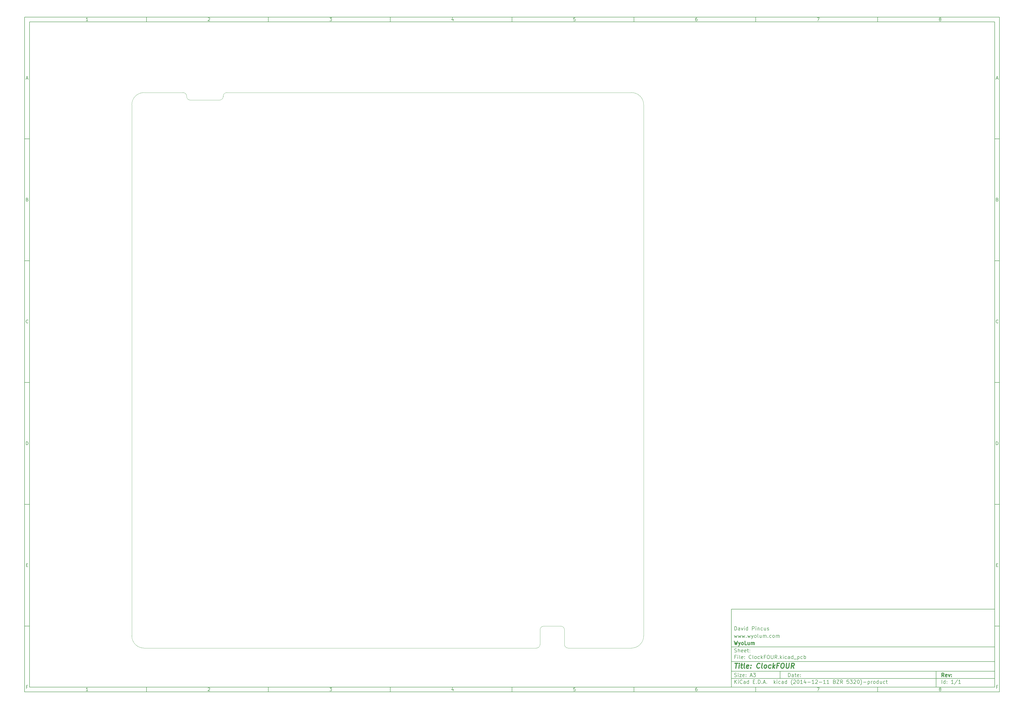
<source format=gbr>
G04 #@! TF.FileFunction,Profile,NP*
%FSLAX46Y46*%
G04 Gerber Fmt 4.6, Leading zero omitted, Abs format (unit mm)*
G04 Created by KiCad (PCBNEW (2014-12-11 BZR 5320)-product) date Thu Jan 29 13:35:59 2015*
%MOMM*%
G01*
G04 APERTURE LIST*
%ADD10C,0.150000*%
%ADD11C,0.300000*%
%ADD12C,0.400000*%
%ADD13C,0.100000*%
G04 APERTURE END LIST*
D10*
X299989000Y-253002200D02*
X299989000Y-285002200D01*
X407989000Y-285002200D01*
X407989000Y-253002200D01*
X299989000Y-253002200D01*
X10000000Y-10000000D02*
X10000000Y-287002200D01*
X409989000Y-287002200D01*
X409989000Y-10000000D01*
X10000000Y-10000000D01*
X12000000Y-12000000D02*
X12000000Y-285002200D01*
X407989000Y-285002200D01*
X407989000Y-12000000D01*
X12000000Y-12000000D01*
X60000000Y-12000000D02*
X60000000Y-10000000D01*
X110000000Y-12000000D02*
X110000000Y-10000000D01*
X160000000Y-12000000D02*
X160000000Y-10000000D01*
X210000000Y-12000000D02*
X210000000Y-10000000D01*
X260000000Y-12000000D02*
X260000000Y-10000000D01*
X310000000Y-12000000D02*
X310000000Y-10000000D01*
X360000000Y-12000000D02*
X360000000Y-10000000D01*
X35990476Y-11588095D02*
X35247619Y-11588095D01*
X35619048Y-11588095D02*
X35619048Y-10288095D01*
X35495238Y-10473810D01*
X35371429Y-10597619D01*
X35247619Y-10659524D01*
X85247619Y-10411905D02*
X85309524Y-10350000D01*
X85433333Y-10288095D01*
X85742857Y-10288095D01*
X85866667Y-10350000D01*
X85928571Y-10411905D01*
X85990476Y-10535714D01*
X85990476Y-10659524D01*
X85928571Y-10845238D01*
X85185714Y-11588095D01*
X85990476Y-11588095D01*
X135185714Y-10288095D02*
X135990476Y-10288095D01*
X135557143Y-10783333D01*
X135742857Y-10783333D01*
X135866667Y-10845238D01*
X135928571Y-10907143D01*
X135990476Y-11030952D01*
X135990476Y-11340476D01*
X135928571Y-11464286D01*
X135866667Y-11526190D01*
X135742857Y-11588095D01*
X135371429Y-11588095D01*
X135247619Y-11526190D01*
X135185714Y-11464286D01*
X185866667Y-10721429D02*
X185866667Y-11588095D01*
X185557143Y-10226190D02*
X185247619Y-11154762D01*
X186052381Y-11154762D01*
X235928571Y-10288095D02*
X235309524Y-10288095D01*
X235247619Y-10907143D01*
X235309524Y-10845238D01*
X235433333Y-10783333D01*
X235742857Y-10783333D01*
X235866667Y-10845238D01*
X235928571Y-10907143D01*
X235990476Y-11030952D01*
X235990476Y-11340476D01*
X235928571Y-11464286D01*
X235866667Y-11526190D01*
X235742857Y-11588095D01*
X235433333Y-11588095D01*
X235309524Y-11526190D01*
X235247619Y-11464286D01*
X285866667Y-10288095D02*
X285619048Y-10288095D01*
X285495238Y-10350000D01*
X285433333Y-10411905D01*
X285309524Y-10597619D01*
X285247619Y-10845238D01*
X285247619Y-11340476D01*
X285309524Y-11464286D01*
X285371429Y-11526190D01*
X285495238Y-11588095D01*
X285742857Y-11588095D01*
X285866667Y-11526190D01*
X285928571Y-11464286D01*
X285990476Y-11340476D01*
X285990476Y-11030952D01*
X285928571Y-10907143D01*
X285866667Y-10845238D01*
X285742857Y-10783333D01*
X285495238Y-10783333D01*
X285371429Y-10845238D01*
X285309524Y-10907143D01*
X285247619Y-11030952D01*
X335185714Y-10288095D02*
X336052381Y-10288095D01*
X335495238Y-11588095D01*
X385495238Y-10845238D02*
X385371429Y-10783333D01*
X385309524Y-10721429D01*
X385247619Y-10597619D01*
X385247619Y-10535714D01*
X385309524Y-10411905D01*
X385371429Y-10350000D01*
X385495238Y-10288095D01*
X385742857Y-10288095D01*
X385866667Y-10350000D01*
X385928571Y-10411905D01*
X385990476Y-10535714D01*
X385990476Y-10597619D01*
X385928571Y-10721429D01*
X385866667Y-10783333D01*
X385742857Y-10845238D01*
X385495238Y-10845238D01*
X385371429Y-10907143D01*
X385309524Y-10969048D01*
X385247619Y-11092857D01*
X385247619Y-11340476D01*
X385309524Y-11464286D01*
X385371429Y-11526190D01*
X385495238Y-11588095D01*
X385742857Y-11588095D01*
X385866667Y-11526190D01*
X385928571Y-11464286D01*
X385990476Y-11340476D01*
X385990476Y-11092857D01*
X385928571Y-10969048D01*
X385866667Y-10907143D01*
X385742857Y-10845238D01*
X60000000Y-285002200D02*
X60000000Y-287002200D01*
X110000000Y-285002200D02*
X110000000Y-287002200D01*
X160000000Y-285002200D02*
X160000000Y-287002200D01*
X210000000Y-285002200D02*
X210000000Y-287002200D01*
X260000000Y-285002200D02*
X260000000Y-287002200D01*
X310000000Y-285002200D02*
X310000000Y-287002200D01*
X360000000Y-285002200D02*
X360000000Y-287002200D01*
X35990476Y-286590295D02*
X35247619Y-286590295D01*
X35619048Y-286590295D02*
X35619048Y-285290295D01*
X35495238Y-285476010D01*
X35371429Y-285599819D01*
X35247619Y-285661724D01*
X85247619Y-285414105D02*
X85309524Y-285352200D01*
X85433333Y-285290295D01*
X85742857Y-285290295D01*
X85866667Y-285352200D01*
X85928571Y-285414105D01*
X85990476Y-285537914D01*
X85990476Y-285661724D01*
X85928571Y-285847438D01*
X85185714Y-286590295D01*
X85990476Y-286590295D01*
X135185714Y-285290295D02*
X135990476Y-285290295D01*
X135557143Y-285785533D01*
X135742857Y-285785533D01*
X135866667Y-285847438D01*
X135928571Y-285909343D01*
X135990476Y-286033152D01*
X135990476Y-286342676D01*
X135928571Y-286466486D01*
X135866667Y-286528390D01*
X135742857Y-286590295D01*
X135371429Y-286590295D01*
X135247619Y-286528390D01*
X135185714Y-286466486D01*
X185866667Y-285723629D02*
X185866667Y-286590295D01*
X185557143Y-285228390D02*
X185247619Y-286156962D01*
X186052381Y-286156962D01*
X235928571Y-285290295D02*
X235309524Y-285290295D01*
X235247619Y-285909343D01*
X235309524Y-285847438D01*
X235433333Y-285785533D01*
X235742857Y-285785533D01*
X235866667Y-285847438D01*
X235928571Y-285909343D01*
X235990476Y-286033152D01*
X235990476Y-286342676D01*
X235928571Y-286466486D01*
X235866667Y-286528390D01*
X235742857Y-286590295D01*
X235433333Y-286590295D01*
X235309524Y-286528390D01*
X235247619Y-286466486D01*
X285866667Y-285290295D02*
X285619048Y-285290295D01*
X285495238Y-285352200D01*
X285433333Y-285414105D01*
X285309524Y-285599819D01*
X285247619Y-285847438D01*
X285247619Y-286342676D01*
X285309524Y-286466486D01*
X285371429Y-286528390D01*
X285495238Y-286590295D01*
X285742857Y-286590295D01*
X285866667Y-286528390D01*
X285928571Y-286466486D01*
X285990476Y-286342676D01*
X285990476Y-286033152D01*
X285928571Y-285909343D01*
X285866667Y-285847438D01*
X285742857Y-285785533D01*
X285495238Y-285785533D01*
X285371429Y-285847438D01*
X285309524Y-285909343D01*
X285247619Y-286033152D01*
X335185714Y-285290295D02*
X336052381Y-285290295D01*
X335495238Y-286590295D01*
X385495238Y-285847438D02*
X385371429Y-285785533D01*
X385309524Y-285723629D01*
X385247619Y-285599819D01*
X385247619Y-285537914D01*
X385309524Y-285414105D01*
X385371429Y-285352200D01*
X385495238Y-285290295D01*
X385742857Y-285290295D01*
X385866667Y-285352200D01*
X385928571Y-285414105D01*
X385990476Y-285537914D01*
X385990476Y-285599819D01*
X385928571Y-285723629D01*
X385866667Y-285785533D01*
X385742857Y-285847438D01*
X385495238Y-285847438D01*
X385371429Y-285909343D01*
X385309524Y-285971248D01*
X385247619Y-286095057D01*
X385247619Y-286342676D01*
X385309524Y-286466486D01*
X385371429Y-286528390D01*
X385495238Y-286590295D01*
X385742857Y-286590295D01*
X385866667Y-286528390D01*
X385928571Y-286466486D01*
X385990476Y-286342676D01*
X385990476Y-286095057D01*
X385928571Y-285971248D01*
X385866667Y-285909343D01*
X385742857Y-285847438D01*
X10000000Y-60000000D02*
X12000000Y-60000000D01*
X10000000Y-110000000D02*
X12000000Y-110000000D01*
X10000000Y-160000000D02*
X12000000Y-160000000D01*
X10000000Y-210000000D02*
X12000000Y-210000000D01*
X10000000Y-260000000D02*
X12000000Y-260000000D01*
X10690476Y-35216667D02*
X11309524Y-35216667D01*
X10566667Y-35588095D02*
X11000000Y-34288095D01*
X11433333Y-35588095D01*
X11092857Y-84907143D02*
X11278571Y-84969048D01*
X11340476Y-85030952D01*
X11402381Y-85154762D01*
X11402381Y-85340476D01*
X11340476Y-85464286D01*
X11278571Y-85526190D01*
X11154762Y-85588095D01*
X10659524Y-85588095D01*
X10659524Y-84288095D01*
X11092857Y-84288095D01*
X11216667Y-84350000D01*
X11278571Y-84411905D01*
X11340476Y-84535714D01*
X11340476Y-84659524D01*
X11278571Y-84783333D01*
X11216667Y-84845238D01*
X11092857Y-84907143D01*
X10659524Y-84907143D01*
X11402381Y-135464286D02*
X11340476Y-135526190D01*
X11154762Y-135588095D01*
X11030952Y-135588095D01*
X10845238Y-135526190D01*
X10721429Y-135402381D01*
X10659524Y-135278571D01*
X10597619Y-135030952D01*
X10597619Y-134845238D01*
X10659524Y-134597619D01*
X10721429Y-134473810D01*
X10845238Y-134350000D01*
X11030952Y-134288095D01*
X11154762Y-134288095D01*
X11340476Y-134350000D01*
X11402381Y-134411905D01*
X10659524Y-185588095D02*
X10659524Y-184288095D01*
X10969048Y-184288095D01*
X11154762Y-184350000D01*
X11278571Y-184473810D01*
X11340476Y-184597619D01*
X11402381Y-184845238D01*
X11402381Y-185030952D01*
X11340476Y-185278571D01*
X11278571Y-185402381D01*
X11154762Y-185526190D01*
X10969048Y-185588095D01*
X10659524Y-185588095D01*
X10721429Y-234907143D02*
X11154762Y-234907143D01*
X11340476Y-235588095D02*
X10721429Y-235588095D01*
X10721429Y-234288095D01*
X11340476Y-234288095D01*
X11185714Y-284907143D02*
X10752381Y-284907143D01*
X10752381Y-285588095D02*
X10752381Y-284288095D01*
X11371428Y-284288095D01*
X409989000Y-60000000D02*
X407989000Y-60000000D01*
X409989000Y-110000000D02*
X407989000Y-110000000D01*
X409989000Y-160000000D02*
X407989000Y-160000000D01*
X409989000Y-210000000D02*
X407989000Y-210000000D01*
X409989000Y-260000000D02*
X407989000Y-260000000D01*
X408679476Y-35216667D02*
X409298524Y-35216667D01*
X408555667Y-35588095D02*
X408989000Y-34288095D01*
X409422333Y-35588095D01*
X409081857Y-84907143D02*
X409267571Y-84969048D01*
X409329476Y-85030952D01*
X409391381Y-85154762D01*
X409391381Y-85340476D01*
X409329476Y-85464286D01*
X409267571Y-85526190D01*
X409143762Y-85588095D01*
X408648524Y-85588095D01*
X408648524Y-84288095D01*
X409081857Y-84288095D01*
X409205667Y-84350000D01*
X409267571Y-84411905D01*
X409329476Y-84535714D01*
X409329476Y-84659524D01*
X409267571Y-84783333D01*
X409205667Y-84845238D01*
X409081857Y-84907143D01*
X408648524Y-84907143D01*
X409391381Y-135464286D02*
X409329476Y-135526190D01*
X409143762Y-135588095D01*
X409019952Y-135588095D01*
X408834238Y-135526190D01*
X408710429Y-135402381D01*
X408648524Y-135278571D01*
X408586619Y-135030952D01*
X408586619Y-134845238D01*
X408648524Y-134597619D01*
X408710429Y-134473810D01*
X408834238Y-134350000D01*
X409019952Y-134288095D01*
X409143762Y-134288095D01*
X409329476Y-134350000D01*
X409391381Y-134411905D01*
X408648524Y-185588095D02*
X408648524Y-184288095D01*
X408958048Y-184288095D01*
X409143762Y-184350000D01*
X409267571Y-184473810D01*
X409329476Y-184597619D01*
X409391381Y-184845238D01*
X409391381Y-185030952D01*
X409329476Y-185278571D01*
X409267571Y-185402381D01*
X409143762Y-185526190D01*
X408958048Y-185588095D01*
X408648524Y-185588095D01*
X408710429Y-234907143D02*
X409143762Y-234907143D01*
X409329476Y-235588095D02*
X408710429Y-235588095D01*
X408710429Y-234288095D01*
X409329476Y-234288095D01*
X409174714Y-284907143D02*
X408741381Y-284907143D01*
X408741381Y-285588095D02*
X408741381Y-284288095D01*
X409360428Y-284288095D01*
X323346143Y-280780771D02*
X323346143Y-279280771D01*
X323703286Y-279280771D01*
X323917571Y-279352200D01*
X324060429Y-279495057D01*
X324131857Y-279637914D01*
X324203286Y-279923629D01*
X324203286Y-280137914D01*
X324131857Y-280423629D01*
X324060429Y-280566486D01*
X323917571Y-280709343D01*
X323703286Y-280780771D01*
X323346143Y-280780771D01*
X325489000Y-280780771D02*
X325489000Y-279995057D01*
X325417571Y-279852200D01*
X325274714Y-279780771D01*
X324989000Y-279780771D01*
X324846143Y-279852200D01*
X325489000Y-280709343D02*
X325346143Y-280780771D01*
X324989000Y-280780771D01*
X324846143Y-280709343D01*
X324774714Y-280566486D01*
X324774714Y-280423629D01*
X324846143Y-280280771D01*
X324989000Y-280209343D01*
X325346143Y-280209343D01*
X325489000Y-280137914D01*
X325989000Y-279780771D02*
X326560429Y-279780771D01*
X326203286Y-279280771D02*
X326203286Y-280566486D01*
X326274714Y-280709343D01*
X326417572Y-280780771D01*
X326560429Y-280780771D01*
X327631857Y-280709343D02*
X327489000Y-280780771D01*
X327203286Y-280780771D01*
X327060429Y-280709343D01*
X326989000Y-280566486D01*
X326989000Y-279995057D01*
X327060429Y-279852200D01*
X327203286Y-279780771D01*
X327489000Y-279780771D01*
X327631857Y-279852200D01*
X327703286Y-279995057D01*
X327703286Y-280137914D01*
X326989000Y-280280771D01*
X328346143Y-280637914D02*
X328417571Y-280709343D01*
X328346143Y-280780771D01*
X328274714Y-280709343D01*
X328346143Y-280637914D01*
X328346143Y-280780771D01*
X328346143Y-279852200D02*
X328417571Y-279923629D01*
X328346143Y-279995057D01*
X328274714Y-279923629D01*
X328346143Y-279852200D01*
X328346143Y-279995057D01*
X299989000Y-281502200D02*
X407989000Y-281502200D01*
X301346143Y-283580771D02*
X301346143Y-282080771D01*
X302203286Y-283580771D02*
X301560429Y-282723629D01*
X302203286Y-282080771D02*
X301346143Y-282937914D01*
X302846143Y-283580771D02*
X302846143Y-282580771D01*
X302846143Y-282080771D02*
X302774714Y-282152200D01*
X302846143Y-282223629D01*
X302917571Y-282152200D01*
X302846143Y-282080771D01*
X302846143Y-282223629D01*
X304417572Y-283437914D02*
X304346143Y-283509343D01*
X304131857Y-283580771D01*
X303989000Y-283580771D01*
X303774715Y-283509343D01*
X303631857Y-283366486D01*
X303560429Y-283223629D01*
X303489000Y-282937914D01*
X303489000Y-282723629D01*
X303560429Y-282437914D01*
X303631857Y-282295057D01*
X303774715Y-282152200D01*
X303989000Y-282080771D01*
X304131857Y-282080771D01*
X304346143Y-282152200D01*
X304417572Y-282223629D01*
X305703286Y-283580771D02*
X305703286Y-282795057D01*
X305631857Y-282652200D01*
X305489000Y-282580771D01*
X305203286Y-282580771D01*
X305060429Y-282652200D01*
X305703286Y-283509343D02*
X305560429Y-283580771D01*
X305203286Y-283580771D01*
X305060429Y-283509343D01*
X304989000Y-283366486D01*
X304989000Y-283223629D01*
X305060429Y-283080771D01*
X305203286Y-283009343D01*
X305560429Y-283009343D01*
X305703286Y-282937914D01*
X307060429Y-283580771D02*
X307060429Y-282080771D01*
X307060429Y-283509343D02*
X306917572Y-283580771D01*
X306631858Y-283580771D01*
X306489000Y-283509343D01*
X306417572Y-283437914D01*
X306346143Y-283295057D01*
X306346143Y-282866486D01*
X306417572Y-282723629D01*
X306489000Y-282652200D01*
X306631858Y-282580771D01*
X306917572Y-282580771D01*
X307060429Y-282652200D01*
X308917572Y-282795057D02*
X309417572Y-282795057D01*
X309631858Y-283580771D02*
X308917572Y-283580771D01*
X308917572Y-282080771D01*
X309631858Y-282080771D01*
X310274715Y-283437914D02*
X310346143Y-283509343D01*
X310274715Y-283580771D01*
X310203286Y-283509343D01*
X310274715Y-283437914D01*
X310274715Y-283580771D01*
X310989001Y-283580771D02*
X310989001Y-282080771D01*
X311346144Y-282080771D01*
X311560429Y-282152200D01*
X311703287Y-282295057D01*
X311774715Y-282437914D01*
X311846144Y-282723629D01*
X311846144Y-282937914D01*
X311774715Y-283223629D01*
X311703287Y-283366486D01*
X311560429Y-283509343D01*
X311346144Y-283580771D01*
X310989001Y-283580771D01*
X312489001Y-283437914D02*
X312560429Y-283509343D01*
X312489001Y-283580771D01*
X312417572Y-283509343D01*
X312489001Y-283437914D01*
X312489001Y-283580771D01*
X313131858Y-283152200D02*
X313846144Y-283152200D01*
X312989001Y-283580771D02*
X313489001Y-282080771D01*
X313989001Y-283580771D01*
X314489001Y-283437914D02*
X314560429Y-283509343D01*
X314489001Y-283580771D01*
X314417572Y-283509343D01*
X314489001Y-283437914D01*
X314489001Y-283580771D01*
X317489001Y-283580771D02*
X317489001Y-282080771D01*
X317631858Y-283009343D02*
X318060429Y-283580771D01*
X318060429Y-282580771D02*
X317489001Y-283152200D01*
X318703287Y-283580771D02*
X318703287Y-282580771D01*
X318703287Y-282080771D02*
X318631858Y-282152200D01*
X318703287Y-282223629D01*
X318774715Y-282152200D01*
X318703287Y-282080771D01*
X318703287Y-282223629D01*
X320060430Y-283509343D02*
X319917573Y-283580771D01*
X319631859Y-283580771D01*
X319489001Y-283509343D01*
X319417573Y-283437914D01*
X319346144Y-283295057D01*
X319346144Y-282866486D01*
X319417573Y-282723629D01*
X319489001Y-282652200D01*
X319631859Y-282580771D01*
X319917573Y-282580771D01*
X320060430Y-282652200D01*
X321346144Y-283580771D02*
X321346144Y-282795057D01*
X321274715Y-282652200D01*
X321131858Y-282580771D01*
X320846144Y-282580771D01*
X320703287Y-282652200D01*
X321346144Y-283509343D02*
X321203287Y-283580771D01*
X320846144Y-283580771D01*
X320703287Y-283509343D01*
X320631858Y-283366486D01*
X320631858Y-283223629D01*
X320703287Y-283080771D01*
X320846144Y-283009343D01*
X321203287Y-283009343D01*
X321346144Y-282937914D01*
X322703287Y-283580771D02*
X322703287Y-282080771D01*
X322703287Y-283509343D02*
X322560430Y-283580771D01*
X322274716Y-283580771D01*
X322131858Y-283509343D01*
X322060430Y-283437914D01*
X321989001Y-283295057D01*
X321989001Y-282866486D01*
X322060430Y-282723629D01*
X322131858Y-282652200D01*
X322274716Y-282580771D01*
X322560430Y-282580771D01*
X322703287Y-282652200D01*
X324989001Y-284152200D02*
X324917573Y-284080771D01*
X324774716Y-283866486D01*
X324703287Y-283723629D01*
X324631858Y-283509343D01*
X324560430Y-283152200D01*
X324560430Y-282866486D01*
X324631858Y-282509343D01*
X324703287Y-282295057D01*
X324774716Y-282152200D01*
X324917573Y-281937914D01*
X324989001Y-281866486D01*
X325489001Y-282223629D02*
X325560430Y-282152200D01*
X325703287Y-282080771D01*
X326060430Y-282080771D01*
X326203287Y-282152200D01*
X326274716Y-282223629D01*
X326346144Y-282366486D01*
X326346144Y-282509343D01*
X326274716Y-282723629D01*
X325417573Y-283580771D01*
X326346144Y-283580771D01*
X327274715Y-282080771D02*
X327417572Y-282080771D01*
X327560429Y-282152200D01*
X327631858Y-282223629D01*
X327703287Y-282366486D01*
X327774715Y-282652200D01*
X327774715Y-283009343D01*
X327703287Y-283295057D01*
X327631858Y-283437914D01*
X327560429Y-283509343D01*
X327417572Y-283580771D01*
X327274715Y-283580771D01*
X327131858Y-283509343D01*
X327060429Y-283437914D01*
X326989001Y-283295057D01*
X326917572Y-283009343D01*
X326917572Y-282652200D01*
X326989001Y-282366486D01*
X327060429Y-282223629D01*
X327131858Y-282152200D01*
X327274715Y-282080771D01*
X329203286Y-283580771D02*
X328346143Y-283580771D01*
X328774715Y-283580771D02*
X328774715Y-282080771D01*
X328631858Y-282295057D01*
X328489000Y-282437914D01*
X328346143Y-282509343D01*
X330489000Y-282580771D02*
X330489000Y-283580771D01*
X330131857Y-282009343D02*
X329774714Y-283080771D01*
X330703286Y-283080771D01*
X331274714Y-283009343D02*
X332417571Y-283009343D01*
X333917571Y-283580771D02*
X333060428Y-283580771D01*
X333489000Y-283580771D02*
X333489000Y-282080771D01*
X333346143Y-282295057D01*
X333203285Y-282437914D01*
X333060428Y-282509343D01*
X334488999Y-282223629D02*
X334560428Y-282152200D01*
X334703285Y-282080771D01*
X335060428Y-282080771D01*
X335203285Y-282152200D01*
X335274714Y-282223629D01*
X335346142Y-282366486D01*
X335346142Y-282509343D01*
X335274714Y-282723629D01*
X334417571Y-283580771D01*
X335346142Y-283580771D01*
X335988999Y-283009343D02*
X337131856Y-283009343D01*
X338631856Y-283580771D02*
X337774713Y-283580771D01*
X338203285Y-283580771D02*
X338203285Y-282080771D01*
X338060428Y-282295057D01*
X337917570Y-282437914D01*
X337774713Y-282509343D01*
X340060427Y-283580771D02*
X339203284Y-283580771D01*
X339631856Y-283580771D02*
X339631856Y-282080771D01*
X339488999Y-282295057D01*
X339346141Y-282437914D01*
X339203284Y-282509343D01*
X342346141Y-282795057D02*
X342560427Y-282866486D01*
X342631855Y-282937914D01*
X342703284Y-283080771D01*
X342703284Y-283295057D01*
X342631855Y-283437914D01*
X342560427Y-283509343D01*
X342417569Y-283580771D01*
X341846141Y-283580771D01*
X341846141Y-282080771D01*
X342346141Y-282080771D01*
X342488998Y-282152200D01*
X342560427Y-282223629D01*
X342631855Y-282366486D01*
X342631855Y-282509343D01*
X342560427Y-282652200D01*
X342488998Y-282723629D01*
X342346141Y-282795057D01*
X341846141Y-282795057D01*
X343203284Y-282080771D02*
X344203284Y-282080771D01*
X343203284Y-283580771D01*
X344203284Y-283580771D01*
X345631855Y-283580771D02*
X345131855Y-282866486D01*
X344774712Y-283580771D02*
X344774712Y-282080771D01*
X345346140Y-282080771D01*
X345488998Y-282152200D01*
X345560426Y-282223629D01*
X345631855Y-282366486D01*
X345631855Y-282580771D01*
X345560426Y-282723629D01*
X345488998Y-282795057D01*
X345346140Y-282866486D01*
X344774712Y-282866486D01*
X348131855Y-282080771D02*
X347417569Y-282080771D01*
X347346140Y-282795057D01*
X347417569Y-282723629D01*
X347560426Y-282652200D01*
X347917569Y-282652200D01*
X348060426Y-282723629D01*
X348131855Y-282795057D01*
X348203283Y-282937914D01*
X348203283Y-283295057D01*
X348131855Y-283437914D01*
X348060426Y-283509343D01*
X347917569Y-283580771D01*
X347560426Y-283580771D01*
X347417569Y-283509343D01*
X347346140Y-283437914D01*
X348703283Y-282080771D02*
X349631854Y-282080771D01*
X349131854Y-282652200D01*
X349346140Y-282652200D01*
X349488997Y-282723629D01*
X349560426Y-282795057D01*
X349631854Y-282937914D01*
X349631854Y-283295057D01*
X349560426Y-283437914D01*
X349488997Y-283509343D01*
X349346140Y-283580771D01*
X348917568Y-283580771D01*
X348774711Y-283509343D01*
X348703283Y-283437914D01*
X350203282Y-282223629D02*
X350274711Y-282152200D01*
X350417568Y-282080771D01*
X350774711Y-282080771D01*
X350917568Y-282152200D01*
X350988997Y-282223629D01*
X351060425Y-282366486D01*
X351060425Y-282509343D01*
X350988997Y-282723629D01*
X350131854Y-283580771D01*
X351060425Y-283580771D01*
X351988996Y-282080771D02*
X352131853Y-282080771D01*
X352274710Y-282152200D01*
X352346139Y-282223629D01*
X352417568Y-282366486D01*
X352488996Y-282652200D01*
X352488996Y-283009343D01*
X352417568Y-283295057D01*
X352346139Y-283437914D01*
X352274710Y-283509343D01*
X352131853Y-283580771D01*
X351988996Y-283580771D01*
X351846139Y-283509343D01*
X351774710Y-283437914D01*
X351703282Y-283295057D01*
X351631853Y-283009343D01*
X351631853Y-282652200D01*
X351703282Y-282366486D01*
X351774710Y-282223629D01*
X351846139Y-282152200D01*
X351988996Y-282080771D01*
X352988996Y-284152200D02*
X353060424Y-284080771D01*
X353203281Y-283866486D01*
X353274710Y-283723629D01*
X353346139Y-283509343D01*
X353417567Y-283152200D01*
X353417567Y-282866486D01*
X353346139Y-282509343D01*
X353274710Y-282295057D01*
X353203281Y-282152200D01*
X353060424Y-281937914D01*
X352988996Y-281866486D01*
X354131853Y-283009343D02*
X355274710Y-283009343D01*
X355988996Y-282580771D02*
X355988996Y-284080771D01*
X355988996Y-282652200D02*
X356131853Y-282580771D01*
X356417567Y-282580771D01*
X356560424Y-282652200D01*
X356631853Y-282723629D01*
X356703282Y-282866486D01*
X356703282Y-283295057D01*
X356631853Y-283437914D01*
X356560424Y-283509343D01*
X356417567Y-283580771D01*
X356131853Y-283580771D01*
X355988996Y-283509343D01*
X357346139Y-283580771D02*
X357346139Y-282580771D01*
X357346139Y-282866486D02*
X357417567Y-282723629D01*
X357488996Y-282652200D01*
X357631853Y-282580771D01*
X357774710Y-282580771D01*
X358488996Y-283580771D02*
X358346138Y-283509343D01*
X358274710Y-283437914D01*
X358203281Y-283295057D01*
X358203281Y-282866486D01*
X358274710Y-282723629D01*
X358346138Y-282652200D01*
X358488996Y-282580771D01*
X358703281Y-282580771D01*
X358846138Y-282652200D01*
X358917567Y-282723629D01*
X358988996Y-282866486D01*
X358988996Y-283295057D01*
X358917567Y-283437914D01*
X358846138Y-283509343D01*
X358703281Y-283580771D01*
X358488996Y-283580771D01*
X360274710Y-283580771D02*
X360274710Y-282080771D01*
X360274710Y-283509343D02*
X360131853Y-283580771D01*
X359846139Y-283580771D01*
X359703281Y-283509343D01*
X359631853Y-283437914D01*
X359560424Y-283295057D01*
X359560424Y-282866486D01*
X359631853Y-282723629D01*
X359703281Y-282652200D01*
X359846139Y-282580771D01*
X360131853Y-282580771D01*
X360274710Y-282652200D01*
X361631853Y-282580771D02*
X361631853Y-283580771D01*
X360988996Y-282580771D02*
X360988996Y-283366486D01*
X361060424Y-283509343D01*
X361203282Y-283580771D01*
X361417567Y-283580771D01*
X361560424Y-283509343D01*
X361631853Y-283437914D01*
X362988996Y-283509343D02*
X362846139Y-283580771D01*
X362560425Y-283580771D01*
X362417567Y-283509343D01*
X362346139Y-283437914D01*
X362274710Y-283295057D01*
X362274710Y-282866486D01*
X362346139Y-282723629D01*
X362417567Y-282652200D01*
X362560425Y-282580771D01*
X362846139Y-282580771D01*
X362988996Y-282652200D01*
X363417567Y-282580771D02*
X363988996Y-282580771D01*
X363631853Y-282080771D02*
X363631853Y-283366486D01*
X363703281Y-283509343D01*
X363846139Y-283580771D01*
X363988996Y-283580771D01*
X299989000Y-278502200D02*
X407989000Y-278502200D01*
D11*
X387203286Y-280780771D02*
X386703286Y-280066486D01*
X386346143Y-280780771D02*
X386346143Y-279280771D01*
X386917571Y-279280771D01*
X387060429Y-279352200D01*
X387131857Y-279423629D01*
X387203286Y-279566486D01*
X387203286Y-279780771D01*
X387131857Y-279923629D01*
X387060429Y-279995057D01*
X386917571Y-280066486D01*
X386346143Y-280066486D01*
X388417571Y-280709343D02*
X388274714Y-280780771D01*
X387989000Y-280780771D01*
X387846143Y-280709343D01*
X387774714Y-280566486D01*
X387774714Y-279995057D01*
X387846143Y-279852200D01*
X387989000Y-279780771D01*
X388274714Y-279780771D01*
X388417571Y-279852200D01*
X388489000Y-279995057D01*
X388489000Y-280137914D01*
X387774714Y-280280771D01*
X388989000Y-279780771D02*
X389346143Y-280780771D01*
X389703285Y-279780771D01*
X390274714Y-280637914D02*
X390346142Y-280709343D01*
X390274714Y-280780771D01*
X390203285Y-280709343D01*
X390274714Y-280637914D01*
X390274714Y-280780771D01*
X390274714Y-279852200D02*
X390346142Y-279923629D01*
X390274714Y-279995057D01*
X390203285Y-279923629D01*
X390274714Y-279852200D01*
X390274714Y-279995057D01*
D10*
X301274714Y-280709343D02*
X301489000Y-280780771D01*
X301846143Y-280780771D01*
X301989000Y-280709343D01*
X302060429Y-280637914D01*
X302131857Y-280495057D01*
X302131857Y-280352200D01*
X302060429Y-280209343D01*
X301989000Y-280137914D01*
X301846143Y-280066486D01*
X301560429Y-279995057D01*
X301417571Y-279923629D01*
X301346143Y-279852200D01*
X301274714Y-279709343D01*
X301274714Y-279566486D01*
X301346143Y-279423629D01*
X301417571Y-279352200D01*
X301560429Y-279280771D01*
X301917571Y-279280771D01*
X302131857Y-279352200D01*
X302774714Y-280780771D02*
X302774714Y-279780771D01*
X302774714Y-279280771D02*
X302703285Y-279352200D01*
X302774714Y-279423629D01*
X302846142Y-279352200D01*
X302774714Y-279280771D01*
X302774714Y-279423629D01*
X303346143Y-279780771D02*
X304131857Y-279780771D01*
X303346143Y-280780771D01*
X304131857Y-280780771D01*
X305274714Y-280709343D02*
X305131857Y-280780771D01*
X304846143Y-280780771D01*
X304703286Y-280709343D01*
X304631857Y-280566486D01*
X304631857Y-279995057D01*
X304703286Y-279852200D01*
X304846143Y-279780771D01*
X305131857Y-279780771D01*
X305274714Y-279852200D01*
X305346143Y-279995057D01*
X305346143Y-280137914D01*
X304631857Y-280280771D01*
X305989000Y-280637914D02*
X306060428Y-280709343D01*
X305989000Y-280780771D01*
X305917571Y-280709343D01*
X305989000Y-280637914D01*
X305989000Y-280780771D01*
X305989000Y-279852200D02*
X306060428Y-279923629D01*
X305989000Y-279995057D01*
X305917571Y-279923629D01*
X305989000Y-279852200D01*
X305989000Y-279995057D01*
X307774714Y-280352200D02*
X308489000Y-280352200D01*
X307631857Y-280780771D02*
X308131857Y-279280771D01*
X308631857Y-280780771D01*
X308989000Y-279280771D02*
X309917571Y-279280771D01*
X309417571Y-279852200D01*
X309631857Y-279852200D01*
X309774714Y-279923629D01*
X309846143Y-279995057D01*
X309917571Y-280137914D01*
X309917571Y-280495057D01*
X309846143Y-280637914D01*
X309774714Y-280709343D01*
X309631857Y-280780771D01*
X309203285Y-280780771D01*
X309060428Y-280709343D01*
X308989000Y-280637914D01*
X386346143Y-283580771D02*
X386346143Y-282080771D01*
X387703286Y-283580771D02*
X387703286Y-282080771D01*
X387703286Y-283509343D02*
X387560429Y-283580771D01*
X387274715Y-283580771D01*
X387131857Y-283509343D01*
X387060429Y-283437914D01*
X386989000Y-283295057D01*
X386989000Y-282866486D01*
X387060429Y-282723629D01*
X387131857Y-282652200D01*
X387274715Y-282580771D01*
X387560429Y-282580771D01*
X387703286Y-282652200D01*
X388417572Y-283437914D02*
X388489000Y-283509343D01*
X388417572Y-283580771D01*
X388346143Y-283509343D01*
X388417572Y-283437914D01*
X388417572Y-283580771D01*
X388417572Y-282652200D02*
X388489000Y-282723629D01*
X388417572Y-282795057D01*
X388346143Y-282723629D01*
X388417572Y-282652200D01*
X388417572Y-282795057D01*
X391060429Y-283580771D02*
X390203286Y-283580771D01*
X390631858Y-283580771D02*
X390631858Y-282080771D01*
X390489001Y-282295057D01*
X390346143Y-282437914D01*
X390203286Y-282509343D01*
X392774714Y-282009343D02*
X391489000Y-283937914D01*
X394060429Y-283580771D02*
X393203286Y-283580771D01*
X393631858Y-283580771D02*
X393631858Y-282080771D01*
X393489001Y-282295057D01*
X393346143Y-282437914D01*
X393203286Y-282509343D01*
X299989000Y-274502200D02*
X407989000Y-274502200D01*
D12*
X301441381Y-275206962D02*
X302584238Y-275206962D01*
X301762810Y-277206962D02*
X302012810Y-275206962D01*
X303000905Y-277206962D02*
X303167571Y-275873629D01*
X303250905Y-275206962D02*
X303143762Y-275302200D01*
X303227095Y-275397438D01*
X303334239Y-275302200D01*
X303250905Y-275206962D01*
X303227095Y-275397438D01*
X303834238Y-275873629D02*
X304596143Y-275873629D01*
X304203286Y-275206962D02*
X303989000Y-276921248D01*
X304060430Y-277111724D01*
X304239001Y-277206962D01*
X304429477Y-277206962D01*
X305381858Y-277206962D02*
X305203287Y-277111724D01*
X305131857Y-276921248D01*
X305346143Y-275206962D01*
X306917572Y-277111724D02*
X306715191Y-277206962D01*
X306334239Y-277206962D01*
X306155667Y-277111724D01*
X306084238Y-276921248D01*
X306179476Y-276159343D01*
X306298524Y-275968867D01*
X306500905Y-275873629D01*
X306881857Y-275873629D01*
X307060429Y-275968867D01*
X307131857Y-276159343D01*
X307108048Y-276349819D01*
X306131857Y-276540295D01*
X307881857Y-277016486D02*
X307965192Y-277111724D01*
X307858048Y-277206962D01*
X307774715Y-277111724D01*
X307881857Y-277016486D01*
X307858048Y-277206962D01*
X308012810Y-275968867D02*
X308096144Y-276064105D01*
X307989000Y-276159343D01*
X307905667Y-276064105D01*
X308012810Y-275968867D01*
X307989000Y-276159343D01*
X311500906Y-277016486D02*
X311393764Y-277111724D01*
X311096144Y-277206962D01*
X310905668Y-277206962D01*
X310631859Y-277111724D01*
X310465192Y-276921248D01*
X310393763Y-276730771D01*
X310346144Y-276349819D01*
X310381858Y-276064105D01*
X310524715Y-275683152D01*
X310643764Y-275492676D01*
X310858049Y-275302200D01*
X311155668Y-275206962D01*
X311346144Y-275206962D01*
X311619954Y-275302200D01*
X311703287Y-275397438D01*
X312619954Y-277206962D02*
X312441383Y-277111724D01*
X312369953Y-276921248D01*
X312584239Y-275206962D01*
X313667573Y-277206962D02*
X313489002Y-277111724D01*
X313405667Y-277016486D01*
X313334239Y-276826010D01*
X313405667Y-276254581D01*
X313524715Y-276064105D01*
X313631859Y-275968867D01*
X313834239Y-275873629D01*
X314119953Y-275873629D01*
X314298525Y-275968867D01*
X314381858Y-276064105D01*
X314453286Y-276254581D01*
X314381858Y-276826010D01*
X314262810Y-277016486D01*
X314155668Y-277111724D01*
X313953287Y-277206962D01*
X313667573Y-277206962D01*
X316060430Y-277111724D02*
X315858049Y-277206962D01*
X315477097Y-277206962D01*
X315298526Y-277111724D01*
X315215191Y-277016486D01*
X315143763Y-276826010D01*
X315215191Y-276254581D01*
X315334239Y-276064105D01*
X315441383Y-275968867D01*
X315643763Y-275873629D01*
X316024715Y-275873629D01*
X316203287Y-275968867D01*
X316905668Y-277206962D02*
X317155668Y-275206962D01*
X317191383Y-276445057D02*
X317667573Y-277206962D01*
X317834239Y-275873629D02*
X316977096Y-276635533D01*
X319322335Y-276159343D02*
X318655668Y-276159343D01*
X318524716Y-277206962D02*
X318774716Y-275206962D01*
X319727097Y-275206962D01*
X320869955Y-275206962D02*
X321250907Y-275206962D01*
X321429478Y-275302200D01*
X321596146Y-275492676D01*
X321643764Y-275873629D01*
X321560431Y-276540295D01*
X321417574Y-276921248D01*
X321203288Y-277111724D01*
X321000907Y-277206962D01*
X320619955Y-277206962D01*
X320441384Y-277111724D01*
X320274716Y-276921248D01*
X320227097Y-276540295D01*
X320310430Y-275873629D01*
X320453288Y-275492676D01*
X320667574Y-275302200D01*
X320869955Y-275206962D01*
X322584240Y-275206962D02*
X322381859Y-276826010D01*
X322453288Y-277016486D01*
X322536622Y-277111724D01*
X322715193Y-277206962D01*
X323096145Y-277206962D01*
X323298526Y-277111724D01*
X323405669Y-277016486D01*
X323524717Y-276826010D01*
X323727098Y-275206962D01*
X325572336Y-277206962D02*
X325024716Y-276254581D01*
X324429478Y-277206962D02*
X324679478Y-275206962D01*
X325441383Y-275206962D01*
X325619954Y-275302200D01*
X325703288Y-275397438D01*
X325774717Y-275587914D01*
X325739002Y-275873629D01*
X325619955Y-276064105D01*
X325512811Y-276159343D01*
X325310430Y-276254581D01*
X324548525Y-276254581D01*
D10*
X301846143Y-272595057D02*
X301346143Y-272595057D01*
X301346143Y-273380771D02*
X301346143Y-271880771D01*
X302060429Y-271880771D01*
X302631857Y-273380771D02*
X302631857Y-272380771D01*
X302631857Y-271880771D02*
X302560428Y-271952200D01*
X302631857Y-272023629D01*
X302703285Y-271952200D01*
X302631857Y-271880771D01*
X302631857Y-272023629D01*
X303560429Y-273380771D02*
X303417571Y-273309343D01*
X303346143Y-273166486D01*
X303346143Y-271880771D01*
X304703285Y-273309343D02*
X304560428Y-273380771D01*
X304274714Y-273380771D01*
X304131857Y-273309343D01*
X304060428Y-273166486D01*
X304060428Y-272595057D01*
X304131857Y-272452200D01*
X304274714Y-272380771D01*
X304560428Y-272380771D01*
X304703285Y-272452200D01*
X304774714Y-272595057D01*
X304774714Y-272737914D01*
X304060428Y-272880771D01*
X305417571Y-273237914D02*
X305488999Y-273309343D01*
X305417571Y-273380771D01*
X305346142Y-273309343D01*
X305417571Y-273237914D01*
X305417571Y-273380771D01*
X305417571Y-272452200D02*
X305488999Y-272523629D01*
X305417571Y-272595057D01*
X305346142Y-272523629D01*
X305417571Y-272452200D01*
X305417571Y-272595057D01*
X308131857Y-273237914D02*
X308060428Y-273309343D01*
X307846142Y-273380771D01*
X307703285Y-273380771D01*
X307489000Y-273309343D01*
X307346142Y-273166486D01*
X307274714Y-273023629D01*
X307203285Y-272737914D01*
X307203285Y-272523629D01*
X307274714Y-272237914D01*
X307346142Y-272095057D01*
X307489000Y-271952200D01*
X307703285Y-271880771D01*
X307846142Y-271880771D01*
X308060428Y-271952200D01*
X308131857Y-272023629D01*
X308989000Y-273380771D02*
X308846142Y-273309343D01*
X308774714Y-273166486D01*
X308774714Y-271880771D01*
X309774714Y-273380771D02*
X309631856Y-273309343D01*
X309560428Y-273237914D01*
X309488999Y-273095057D01*
X309488999Y-272666486D01*
X309560428Y-272523629D01*
X309631856Y-272452200D01*
X309774714Y-272380771D01*
X309988999Y-272380771D01*
X310131856Y-272452200D01*
X310203285Y-272523629D01*
X310274714Y-272666486D01*
X310274714Y-273095057D01*
X310203285Y-273237914D01*
X310131856Y-273309343D01*
X309988999Y-273380771D01*
X309774714Y-273380771D01*
X311560428Y-273309343D02*
X311417571Y-273380771D01*
X311131857Y-273380771D01*
X310988999Y-273309343D01*
X310917571Y-273237914D01*
X310846142Y-273095057D01*
X310846142Y-272666486D01*
X310917571Y-272523629D01*
X310988999Y-272452200D01*
X311131857Y-272380771D01*
X311417571Y-272380771D01*
X311560428Y-272452200D01*
X312203285Y-273380771D02*
X312203285Y-271880771D01*
X312346142Y-272809343D02*
X312774713Y-273380771D01*
X312774713Y-272380771D02*
X312203285Y-272952200D01*
X313917571Y-272595057D02*
X313417571Y-272595057D01*
X313417571Y-273380771D02*
X313417571Y-271880771D01*
X314131857Y-271880771D01*
X314988999Y-271880771D02*
X315274713Y-271880771D01*
X315417571Y-271952200D01*
X315560428Y-272095057D01*
X315631856Y-272380771D01*
X315631856Y-272880771D01*
X315560428Y-273166486D01*
X315417571Y-273309343D01*
X315274713Y-273380771D01*
X314988999Y-273380771D01*
X314846142Y-273309343D01*
X314703285Y-273166486D01*
X314631856Y-272880771D01*
X314631856Y-272380771D01*
X314703285Y-272095057D01*
X314846142Y-271952200D01*
X314988999Y-271880771D01*
X316274714Y-271880771D02*
X316274714Y-273095057D01*
X316346142Y-273237914D01*
X316417571Y-273309343D01*
X316560428Y-273380771D01*
X316846142Y-273380771D01*
X316989000Y-273309343D01*
X317060428Y-273237914D01*
X317131857Y-273095057D01*
X317131857Y-271880771D01*
X318703286Y-273380771D02*
X318203286Y-272666486D01*
X317846143Y-273380771D02*
X317846143Y-271880771D01*
X318417571Y-271880771D01*
X318560429Y-271952200D01*
X318631857Y-272023629D01*
X318703286Y-272166486D01*
X318703286Y-272380771D01*
X318631857Y-272523629D01*
X318560429Y-272595057D01*
X318417571Y-272666486D01*
X317846143Y-272666486D01*
X319346143Y-273237914D02*
X319417571Y-273309343D01*
X319346143Y-273380771D01*
X319274714Y-273309343D01*
X319346143Y-273237914D01*
X319346143Y-273380771D01*
X320060429Y-273380771D02*
X320060429Y-271880771D01*
X320203286Y-272809343D02*
X320631857Y-273380771D01*
X320631857Y-272380771D02*
X320060429Y-272952200D01*
X321274715Y-273380771D02*
X321274715Y-272380771D01*
X321274715Y-271880771D02*
X321203286Y-271952200D01*
X321274715Y-272023629D01*
X321346143Y-271952200D01*
X321274715Y-271880771D01*
X321274715Y-272023629D01*
X322631858Y-273309343D02*
X322489001Y-273380771D01*
X322203287Y-273380771D01*
X322060429Y-273309343D01*
X321989001Y-273237914D01*
X321917572Y-273095057D01*
X321917572Y-272666486D01*
X321989001Y-272523629D01*
X322060429Y-272452200D01*
X322203287Y-272380771D01*
X322489001Y-272380771D01*
X322631858Y-272452200D01*
X323917572Y-273380771D02*
X323917572Y-272595057D01*
X323846143Y-272452200D01*
X323703286Y-272380771D01*
X323417572Y-272380771D01*
X323274715Y-272452200D01*
X323917572Y-273309343D02*
X323774715Y-273380771D01*
X323417572Y-273380771D01*
X323274715Y-273309343D01*
X323203286Y-273166486D01*
X323203286Y-273023629D01*
X323274715Y-272880771D01*
X323417572Y-272809343D01*
X323774715Y-272809343D01*
X323917572Y-272737914D01*
X325274715Y-273380771D02*
X325274715Y-271880771D01*
X325274715Y-273309343D02*
X325131858Y-273380771D01*
X324846144Y-273380771D01*
X324703286Y-273309343D01*
X324631858Y-273237914D01*
X324560429Y-273095057D01*
X324560429Y-272666486D01*
X324631858Y-272523629D01*
X324703286Y-272452200D01*
X324846144Y-272380771D01*
X325131858Y-272380771D01*
X325274715Y-272452200D01*
X325631858Y-273523629D02*
X326774715Y-273523629D01*
X327131858Y-272380771D02*
X327131858Y-273880771D01*
X327131858Y-272452200D02*
X327274715Y-272380771D01*
X327560429Y-272380771D01*
X327703286Y-272452200D01*
X327774715Y-272523629D01*
X327846144Y-272666486D01*
X327846144Y-273095057D01*
X327774715Y-273237914D01*
X327703286Y-273309343D01*
X327560429Y-273380771D01*
X327274715Y-273380771D01*
X327131858Y-273309343D01*
X329131858Y-273309343D02*
X328989001Y-273380771D01*
X328703287Y-273380771D01*
X328560429Y-273309343D01*
X328489001Y-273237914D01*
X328417572Y-273095057D01*
X328417572Y-272666486D01*
X328489001Y-272523629D01*
X328560429Y-272452200D01*
X328703287Y-272380771D01*
X328989001Y-272380771D01*
X329131858Y-272452200D01*
X329774715Y-273380771D02*
X329774715Y-271880771D01*
X329774715Y-272452200D02*
X329917572Y-272380771D01*
X330203286Y-272380771D01*
X330346143Y-272452200D01*
X330417572Y-272523629D01*
X330489001Y-272666486D01*
X330489001Y-273095057D01*
X330417572Y-273237914D01*
X330346143Y-273309343D01*
X330203286Y-273380771D01*
X329917572Y-273380771D01*
X329774715Y-273309343D01*
X299989000Y-268502200D02*
X407989000Y-268502200D01*
X301274714Y-270609343D02*
X301489000Y-270680771D01*
X301846143Y-270680771D01*
X301989000Y-270609343D01*
X302060429Y-270537914D01*
X302131857Y-270395057D01*
X302131857Y-270252200D01*
X302060429Y-270109343D01*
X301989000Y-270037914D01*
X301846143Y-269966486D01*
X301560429Y-269895057D01*
X301417571Y-269823629D01*
X301346143Y-269752200D01*
X301274714Y-269609343D01*
X301274714Y-269466486D01*
X301346143Y-269323629D01*
X301417571Y-269252200D01*
X301560429Y-269180771D01*
X301917571Y-269180771D01*
X302131857Y-269252200D01*
X302774714Y-270680771D02*
X302774714Y-269180771D01*
X303417571Y-270680771D02*
X303417571Y-269895057D01*
X303346142Y-269752200D01*
X303203285Y-269680771D01*
X302989000Y-269680771D01*
X302846142Y-269752200D01*
X302774714Y-269823629D01*
X304703285Y-270609343D02*
X304560428Y-270680771D01*
X304274714Y-270680771D01*
X304131857Y-270609343D01*
X304060428Y-270466486D01*
X304060428Y-269895057D01*
X304131857Y-269752200D01*
X304274714Y-269680771D01*
X304560428Y-269680771D01*
X304703285Y-269752200D01*
X304774714Y-269895057D01*
X304774714Y-270037914D01*
X304060428Y-270180771D01*
X305988999Y-270609343D02*
X305846142Y-270680771D01*
X305560428Y-270680771D01*
X305417571Y-270609343D01*
X305346142Y-270466486D01*
X305346142Y-269895057D01*
X305417571Y-269752200D01*
X305560428Y-269680771D01*
X305846142Y-269680771D01*
X305988999Y-269752200D01*
X306060428Y-269895057D01*
X306060428Y-270037914D01*
X305346142Y-270180771D01*
X306488999Y-269680771D02*
X307060428Y-269680771D01*
X306703285Y-269180771D02*
X306703285Y-270466486D01*
X306774713Y-270609343D01*
X306917571Y-270680771D01*
X307060428Y-270680771D01*
X307560428Y-270537914D02*
X307631856Y-270609343D01*
X307560428Y-270680771D01*
X307488999Y-270609343D01*
X307560428Y-270537914D01*
X307560428Y-270680771D01*
X307560428Y-269752200D02*
X307631856Y-269823629D01*
X307560428Y-269895057D01*
X307488999Y-269823629D01*
X307560428Y-269752200D01*
X307560428Y-269895057D01*
D11*
X301203286Y-266180771D02*
X301560429Y-267680771D01*
X301846143Y-266609343D01*
X302131857Y-267680771D01*
X302489000Y-266180771D01*
X302917572Y-266680771D02*
X303274715Y-267680771D01*
X303631857Y-266680771D02*
X303274715Y-267680771D01*
X303131857Y-268037914D01*
X303060429Y-268109343D01*
X302917572Y-268180771D01*
X304417572Y-267680771D02*
X304274714Y-267609343D01*
X304203286Y-267537914D01*
X304131857Y-267395057D01*
X304131857Y-266966486D01*
X304203286Y-266823629D01*
X304274714Y-266752200D01*
X304417572Y-266680771D01*
X304631857Y-266680771D01*
X304774714Y-266752200D01*
X304846143Y-266823629D01*
X304917572Y-266966486D01*
X304917572Y-267395057D01*
X304846143Y-267537914D01*
X304774714Y-267609343D01*
X304631857Y-267680771D01*
X304417572Y-267680771D01*
X306274715Y-267680771D02*
X305560429Y-267680771D01*
X305560429Y-266180771D01*
X307417572Y-266680771D02*
X307417572Y-267680771D01*
X306774715Y-266680771D02*
X306774715Y-267466486D01*
X306846143Y-267609343D01*
X306989001Y-267680771D01*
X307203286Y-267680771D01*
X307346143Y-267609343D01*
X307417572Y-267537914D01*
X308131858Y-267680771D02*
X308131858Y-266680771D01*
X308131858Y-266823629D02*
X308203286Y-266752200D01*
X308346144Y-266680771D01*
X308560429Y-266680771D01*
X308703286Y-266752200D01*
X308774715Y-266895057D01*
X308774715Y-267680771D01*
X308774715Y-266895057D02*
X308846144Y-266752200D01*
X308989001Y-266680771D01*
X309203286Y-266680771D01*
X309346144Y-266752200D01*
X309417572Y-266895057D01*
X309417572Y-267680771D01*
D10*
X301203286Y-263680771D02*
X301489000Y-264680771D01*
X301774714Y-263966486D01*
X302060429Y-264680771D01*
X302346143Y-263680771D01*
X302774715Y-263680771D02*
X303060429Y-264680771D01*
X303346143Y-263966486D01*
X303631858Y-264680771D01*
X303917572Y-263680771D01*
X304346144Y-263680771D02*
X304631858Y-264680771D01*
X304917572Y-263966486D01*
X305203287Y-264680771D01*
X305489001Y-263680771D01*
X306060430Y-264537914D02*
X306131858Y-264609343D01*
X306060430Y-264680771D01*
X305989001Y-264609343D01*
X306060430Y-264537914D01*
X306060430Y-264680771D01*
X306631859Y-263680771D02*
X306917573Y-264680771D01*
X307203287Y-263966486D01*
X307489002Y-264680771D01*
X307774716Y-263680771D01*
X308203288Y-263680771D02*
X308560431Y-264680771D01*
X308917573Y-263680771D02*
X308560431Y-264680771D01*
X308417573Y-265037914D01*
X308346145Y-265109343D01*
X308203288Y-265180771D01*
X309703288Y-264680771D02*
X309560430Y-264609343D01*
X309489002Y-264537914D01*
X309417573Y-264395057D01*
X309417573Y-263966486D01*
X309489002Y-263823629D01*
X309560430Y-263752200D01*
X309703288Y-263680771D01*
X309917573Y-263680771D01*
X310060430Y-263752200D01*
X310131859Y-263823629D01*
X310203288Y-263966486D01*
X310203288Y-264395057D01*
X310131859Y-264537914D01*
X310060430Y-264609343D01*
X309917573Y-264680771D01*
X309703288Y-264680771D01*
X311060431Y-264680771D02*
X310917573Y-264609343D01*
X310846145Y-264466486D01*
X310846145Y-263180771D01*
X312274716Y-263680771D02*
X312274716Y-264680771D01*
X311631859Y-263680771D02*
X311631859Y-264466486D01*
X311703287Y-264609343D01*
X311846145Y-264680771D01*
X312060430Y-264680771D01*
X312203287Y-264609343D01*
X312274716Y-264537914D01*
X312989002Y-264680771D02*
X312989002Y-263680771D01*
X312989002Y-263823629D02*
X313060430Y-263752200D01*
X313203288Y-263680771D01*
X313417573Y-263680771D01*
X313560430Y-263752200D01*
X313631859Y-263895057D01*
X313631859Y-264680771D01*
X313631859Y-263895057D02*
X313703288Y-263752200D01*
X313846145Y-263680771D01*
X314060430Y-263680771D01*
X314203288Y-263752200D01*
X314274716Y-263895057D01*
X314274716Y-264680771D01*
X314989002Y-264537914D02*
X315060430Y-264609343D01*
X314989002Y-264680771D01*
X314917573Y-264609343D01*
X314989002Y-264537914D01*
X314989002Y-264680771D01*
X316346145Y-264609343D02*
X316203288Y-264680771D01*
X315917574Y-264680771D01*
X315774716Y-264609343D01*
X315703288Y-264537914D01*
X315631859Y-264395057D01*
X315631859Y-263966486D01*
X315703288Y-263823629D01*
X315774716Y-263752200D01*
X315917574Y-263680771D01*
X316203288Y-263680771D01*
X316346145Y-263752200D01*
X317203288Y-264680771D02*
X317060430Y-264609343D01*
X316989002Y-264537914D01*
X316917573Y-264395057D01*
X316917573Y-263966486D01*
X316989002Y-263823629D01*
X317060430Y-263752200D01*
X317203288Y-263680771D01*
X317417573Y-263680771D01*
X317560430Y-263752200D01*
X317631859Y-263823629D01*
X317703288Y-263966486D01*
X317703288Y-264395057D01*
X317631859Y-264537914D01*
X317560430Y-264609343D01*
X317417573Y-264680771D01*
X317203288Y-264680771D01*
X318346145Y-264680771D02*
X318346145Y-263680771D01*
X318346145Y-263823629D02*
X318417573Y-263752200D01*
X318560431Y-263680771D01*
X318774716Y-263680771D01*
X318917573Y-263752200D01*
X318989002Y-263895057D01*
X318989002Y-264680771D01*
X318989002Y-263895057D02*
X319060431Y-263752200D01*
X319203288Y-263680771D01*
X319417573Y-263680771D01*
X319560431Y-263752200D01*
X319631859Y-263895057D01*
X319631859Y-264680771D01*
X301346143Y-261680771D02*
X301346143Y-260180771D01*
X301703286Y-260180771D01*
X301917571Y-260252200D01*
X302060429Y-260395057D01*
X302131857Y-260537914D01*
X302203286Y-260823629D01*
X302203286Y-261037914D01*
X302131857Y-261323629D01*
X302060429Y-261466486D01*
X301917571Y-261609343D01*
X301703286Y-261680771D01*
X301346143Y-261680771D01*
X303489000Y-261680771D02*
X303489000Y-260895057D01*
X303417571Y-260752200D01*
X303274714Y-260680771D01*
X302989000Y-260680771D01*
X302846143Y-260752200D01*
X303489000Y-261609343D02*
X303346143Y-261680771D01*
X302989000Y-261680771D01*
X302846143Y-261609343D01*
X302774714Y-261466486D01*
X302774714Y-261323629D01*
X302846143Y-261180771D01*
X302989000Y-261109343D01*
X303346143Y-261109343D01*
X303489000Y-261037914D01*
X304060429Y-260680771D02*
X304417572Y-261680771D01*
X304774714Y-260680771D01*
X305346143Y-261680771D02*
X305346143Y-260680771D01*
X305346143Y-260180771D02*
X305274714Y-260252200D01*
X305346143Y-260323629D01*
X305417571Y-260252200D01*
X305346143Y-260180771D01*
X305346143Y-260323629D01*
X306703286Y-261680771D02*
X306703286Y-260180771D01*
X306703286Y-261609343D02*
X306560429Y-261680771D01*
X306274715Y-261680771D01*
X306131857Y-261609343D01*
X306060429Y-261537914D01*
X305989000Y-261395057D01*
X305989000Y-260966486D01*
X306060429Y-260823629D01*
X306131857Y-260752200D01*
X306274715Y-260680771D01*
X306560429Y-260680771D01*
X306703286Y-260752200D01*
X308560429Y-261680771D02*
X308560429Y-260180771D01*
X309131857Y-260180771D01*
X309274715Y-260252200D01*
X309346143Y-260323629D01*
X309417572Y-260466486D01*
X309417572Y-260680771D01*
X309346143Y-260823629D01*
X309274715Y-260895057D01*
X309131857Y-260966486D01*
X308560429Y-260966486D01*
X310060429Y-261680771D02*
X310060429Y-260680771D01*
X310060429Y-260180771D02*
X309989000Y-260252200D01*
X310060429Y-260323629D01*
X310131857Y-260252200D01*
X310060429Y-260180771D01*
X310060429Y-260323629D01*
X310774715Y-260680771D02*
X310774715Y-261680771D01*
X310774715Y-260823629D02*
X310846143Y-260752200D01*
X310989001Y-260680771D01*
X311203286Y-260680771D01*
X311346143Y-260752200D01*
X311417572Y-260895057D01*
X311417572Y-261680771D01*
X312774715Y-261609343D02*
X312631858Y-261680771D01*
X312346144Y-261680771D01*
X312203286Y-261609343D01*
X312131858Y-261537914D01*
X312060429Y-261395057D01*
X312060429Y-260966486D01*
X312131858Y-260823629D01*
X312203286Y-260752200D01*
X312346144Y-260680771D01*
X312631858Y-260680771D01*
X312774715Y-260752200D01*
X314060429Y-260680771D02*
X314060429Y-261680771D01*
X313417572Y-260680771D02*
X313417572Y-261466486D01*
X313489000Y-261609343D01*
X313631858Y-261680771D01*
X313846143Y-261680771D01*
X313989000Y-261609343D01*
X314060429Y-261537914D01*
X314703286Y-261609343D02*
X314846143Y-261680771D01*
X315131858Y-261680771D01*
X315274715Y-261609343D01*
X315346143Y-261466486D01*
X315346143Y-261395057D01*
X315274715Y-261252200D01*
X315131858Y-261180771D01*
X314917572Y-261180771D01*
X314774715Y-261109343D01*
X314703286Y-260966486D01*
X314703286Y-260895057D01*
X314774715Y-260752200D01*
X314917572Y-260680771D01*
X315131858Y-260680771D01*
X315274715Y-260752200D01*
X319989000Y-278502200D02*
X319989000Y-281502200D01*
X383989000Y-278502200D02*
X383989000Y-285002200D01*
D13*
X220000000Y-269000000D02*
X59000000Y-269000000D01*
X233000000Y-269000000D02*
X259000000Y-269000000D01*
X231500000Y-261500000D02*
X231500000Y-267500000D01*
X221500000Y-267500000D02*
X221500000Y-261500000D01*
X231500000Y-267500000D02*
G75*
G03X233000000Y-269000000I1500000J0D01*
G01*
X220000000Y-269000000D02*
G75*
G03X221500000Y-267500000I0J1500000D01*
G01*
X231500000Y-261500000D02*
G75*
G03X230000000Y-260000000I-1500000J0D01*
G01*
X223000000Y-260000000D02*
G75*
G03X221500000Y-261500000I0J-1500000D01*
G01*
X264000000Y-46000000D02*
X264000000Y-264000000D01*
X93000000Y-41000000D02*
X259000000Y-41000000D01*
X75000000Y-41000000D02*
X59000000Y-41000000D01*
X76500000Y-42500000D02*
X76500000Y-42600000D01*
X76500000Y-42500000D02*
G75*
G03X75000000Y-41000000I-1500000J0D01*
G01*
X91500000Y-42500000D02*
X91500000Y-42600000D01*
X93000000Y-41000000D02*
G75*
G03X91500000Y-42500000I0J-1500000D01*
G01*
X90000000Y-44100000D02*
G75*
G03X91500000Y-42600000I0J1500000D01*
G01*
X76500000Y-42600000D02*
G75*
G03X78000000Y-44100000I1500000J0D01*
G01*
X84000000Y-44100000D02*
X90000000Y-44100000D01*
X84000000Y-44100000D02*
X78000000Y-44100000D01*
X54000000Y-264000000D02*
X54000000Y-46000000D01*
X259000000Y-269000000D02*
G75*
G03X264000000Y-264000000I0J5000000D01*
G01*
X264000000Y-46000000D02*
G75*
G03X259000000Y-41000000I-5000000J0D01*
G01*
X59000000Y-41000000D02*
G75*
G03X54000000Y-46000000I0J-5000000D01*
G01*
X54000000Y-264000000D02*
G75*
G03X59000000Y-269000000I5000000J0D01*
G01*
X230000000Y-260000000D02*
X223000000Y-260000000D01*
M02*

</source>
